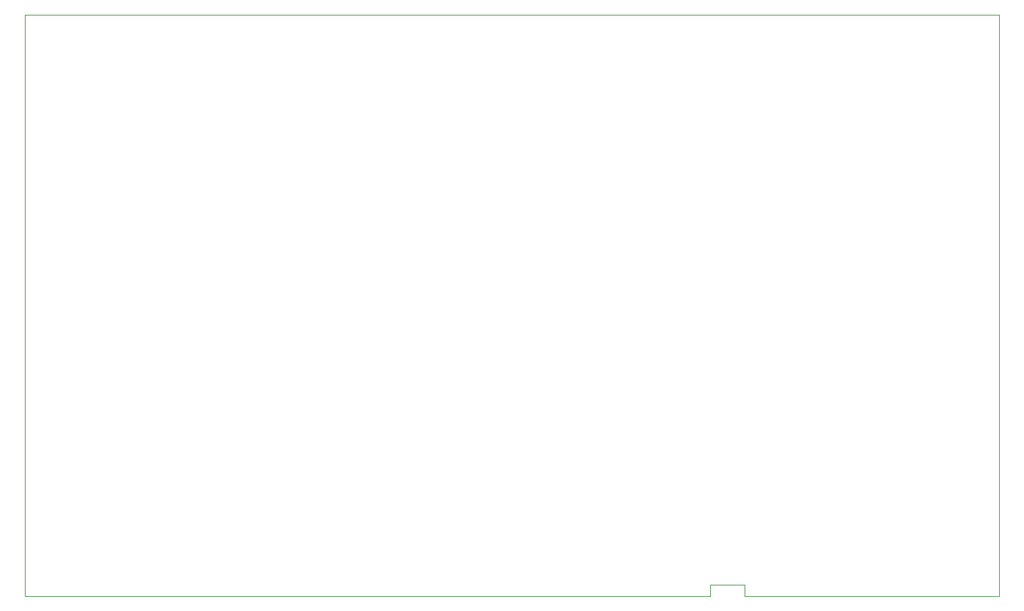
<source format=gm1>
G04 #@! TF.GenerationSoftware,KiCad,Pcbnew,(6.0.4)*
G04 #@! TF.CreationDate,2022-04-17T17:26:00-05:00*
G04 #@! TF.ProjectId,interface,696e7465-7266-4616-9365-2e6b69636164,rev?*
G04 #@! TF.SameCoordinates,Original*
G04 #@! TF.FileFunction,Profile,NP*
%FSLAX46Y46*%
G04 Gerber Fmt 4.6, Leading zero omitted, Abs format (unit mm)*
G04 Created by KiCad (PCBNEW (6.0.4)) date 2022-04-17 17:26:00*
%MOMM*%
%LPD*%
G01*
G04 APERTURE LIST*
G04 #@! TA.AperFunction,Profile*
%ADD10C,0.100000*%
G04 #@! TD*
G04 APERTURE END LIST*
D10*
X105791000Y-65278000D02*
X105791000Y-138430000D01*
X196342000Y-138430000D02*
X228346000Y-138430000D01*
X196342000Y-137033000D02*
X196342000Y-138430000D01*
X191960500Y-137033000D02*
X196342000Y-137033000D01*
X191960500Y-138430000D02*
X191960500Y-137033000D01*
X105791000Y-138430000D02*
X191960500Y-138430000D01*
X228346000Y-65278000D02*
X228346000Y-138430000D01*
X105791000Y-65278000D02*
X228346000Y-65278000D01*
M02*

</source>
